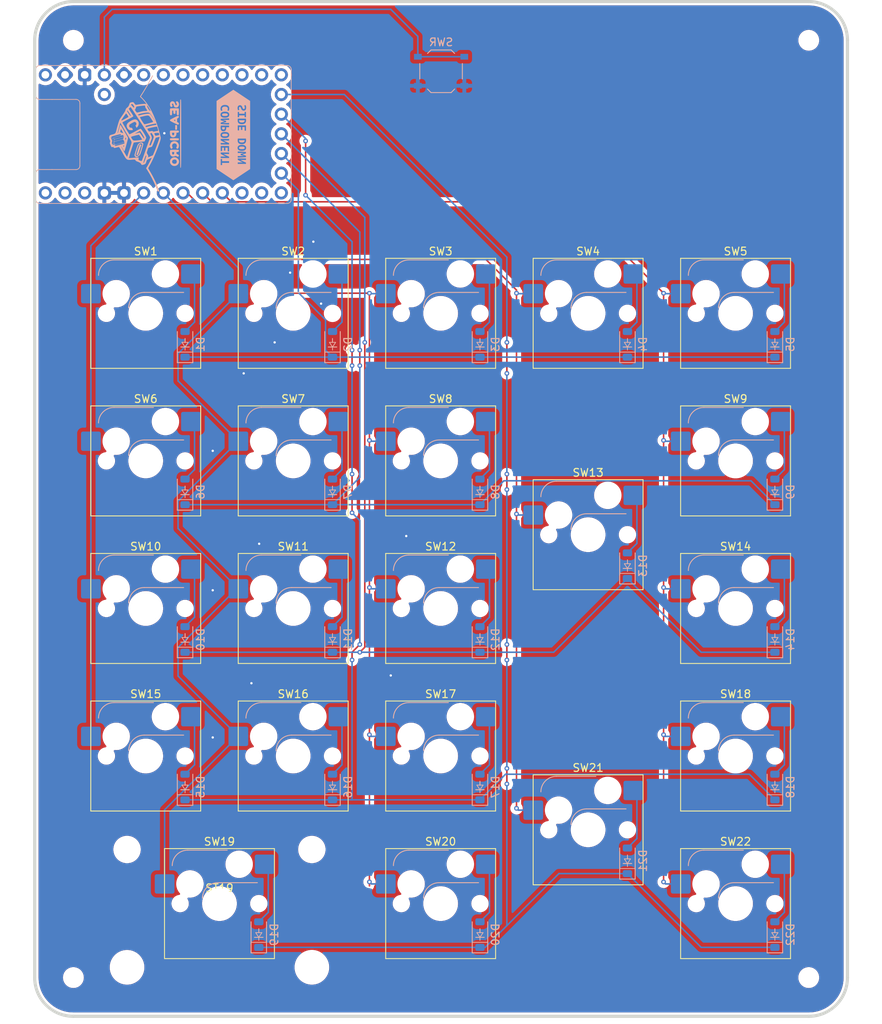
<source format=kicad_pcb>
(kicad_pcb (version 20241229) (generator "pcbnew") (generator_version "9.0")
  (layers (0 "F.Cu" signal) (2 "B.Cu" signal) (13 "F.Paste" user) (15 "B.Paste" user) (5 "F.SilkS" user "F.Silkscreen") (7 "B.SilkS" user "B.Silkscreen") (1 "F.Mask" user) (3 "B.Mask" user) (25 "Edge.Cuts" user))
  (net 0 "")
  (net 1 "COL0")
  (net 2 "COL1")
  (net 3 "COL2")
  (net 4 "COL3")
  (net 5 "COL4")
  (net 6 "N$1")
  (net 7 "N$10")
  (net 8 "N$11")
  (net 9 "N$12")
  (net 10 "N$13")
  (net 11 "N$14")
  (net 12 "N$15")
  (net 13 "N$16")
  (net 14 "N$17")
  (net 15 "N$18")
  (net 16 "N$19")
  (net 17 "N$2")
  (net 18 "N$20")
  (net 19 "N$21")
  (net 20 "N$22")
  (net 21 "N$3")
  (net 22 "N$4")
  (net 23 "N$5")
  (net 24 "N$6")
  (net 25 "N$7")
  (net 26 "N$8")
  (net 27 "N$9")
  (net 28 "ROW0")
  (net 29 "ROW1")
  (net 30 "ROW2")
  (net 31 "ROW3")
  (net 32 "ROW4")
  (net 33 "RST")
  (net 34 "GND")
  (footprint "SW_Hotswap_Kailh_MX_1.00u" (layer "F.Cu") (at 78.395 138.4)
    (property "Reference" "SW16")
    (property "Value" "SW_Push")
  )
  (footprint "Stabilizer_Cherry_MX_2.00u" (layer "F.Cu") (at 68.87 157.45)
    (property "Reference" "ST19")
    (property "Value" "MountingHole")
  )
  (footprint "SW_Hotswap_Kailh_MX_1.00u" (layer "F.Cu") (at 59.345 100.3)
    (property "Reference" "SW6")
    (property "Value" "SW_Push")
  )
  (footprint "MountingHole:MountingHole_2.2mm_M2" (layer "F.Cu") (at 145 46)
    (property "Reference" "REF**" (hide yes))
    (property "Value" "MountingHole_2.2mm_M2")
  )
  (footprint "SW_Hotswap_Kailh_MX_1.00u" (layer "F.Cu") (at 59.345 138.4)
    (property "Reference" "SW15")
    (property "Value" "SW_Push")
  )
  (footprint "SW_Hotswap_Kailh_MX_1.00u" (layer "F.Cu") (at 59.345 81.25)
    (property "Reference" "SW1")
    (property "Value" "SW_Push")
  )
  (footprint "SW_Hotswap_Kailh_MX_1.00u" (layer "F.Cu") (at 97.445 119.35)
    (property "Reference" "SW12")
    (property "Value" "SW_Push")
  )
  (footprint "SW_Hotswap_Kailh_MX_1.00u" (layer "F.Cu") (at 116.495 147.925)
    (property "Reference" "SW21")
    (property "Value" "SW_Push")
  )
  (footprint "SW_Hotswap_Kailh_MX_1.00u" (layer "F.Cu") (at 135.545 138.4)
    (property "Reference" "SW18")
    (property "Value" "SW_Push")
  )
  (footprint "SW_Hotswap_Kailh_MX_1.00u" (layer "F.Cu") (at 78.395 81.25)
    (property "Reference" "SW2")
    (property "Value" "SW_Push")
  )
  (footprint "MountingHole:MountingHole_2.2mm_M2" (layer "F.Cu") (at 145 167)
    (property "Reference" "REF**" (hide yes))
    (property "Value" "MountingHole_2.2mm_M2")
  )
  (footprint "SW_Hotswap_Kailh_MX_2.00u" (layer "F.Cu") (at 68.87 157.45)
    (property "Reference" "SW19")
    (property "Value" "SW_Push")
  )
  (footprint "MountingHole:MountingHole_2.2mm_M2" (layer "F.Cu") (at 50 46)
    (property "Reference" "REF**" (hide yes))
    (property "Value" "MountingHole_2.2mm_M2")
  )
  (footprint "SW_Hotswap_Kailh_MX_1.00u" (layer "F.Cu") (at 97.445 138.4)
    (property "Reference" "SW17")
    (property "Value" "SW_Push")
  )
  (footprint "SW_Hotswap_Kailh_MX_1.00u" (layer "F.Cu") (at 135.545 81.25)
    (property "Reference" "SW5")
    (property "Value" "SW_Push")
  )
  (footprint "SW_Hotswap_Kailh_MX_1.00u" (layer "F.Cu") (at 78.395 119.35)
    (property "Reference" "SW11")
    (property "Value" "SW_Push")
  )
  (footprint "SW_Hotswap_Kailh_MX_1.00u" (layer "F.Cu") (at 78.395 100.3)
    (property "Reference" "SW7")
    (property "Value" "SW_Push")
  )
  (footprint "SW_Hotswap_Kailh_MX_1.00u" (layer "F.Cu") (at 116.495 81.25)
    (property "Reference" "SW4")
    (property "Value" "SW_Push")
  )
  (footprint "SW_Hotswap_Kailh_MX_1.00u" (layer "F.Cu") (at 59.345 119.35)
    (property "Reference" "SW10")
    (property "Value" "SW_Push")
  )
  (footprint "SW_Hotswap_Kailh_MX_1.00u" (layer "F.Cu") (at 135.545 119.35)
    (property "Reference" "SW14")
    (property "Value" "SW_Push")
  )
  (footprint "SW_Hotswap_Kailh_MX_1.00u" (layer "F.Cu") (at 116.495 109.825)
    (property "Reference" "SW13")
    (property "Value" "SW_Push")
  )
  (footprint "SW_Hotswap_Kailh_MX_1.00u" (layer "F.Cu") (at 97.445 81.25)
    (property "Reference" "SW3")
    (property "Value" "SW_Push")
  )
  (footprint "SW_Hotswap_Kailh_MX_1.00u" (layer "F.Cu") (at 97.445 157.45)
    (property "Reference" "SW20")
    (property "Value" "SW_Push")
  )
  (footprint "SW_Hotswap_Kailh_MX_1.00u" (layer "F.Cu") (at 97.445 100.3)
    (property "Reference" "SW8")
    (property "Value" "SW_Push")
  )
  (footprint "SW_Hotswap_Kailh_MX_1.00u" (layer "F.Cu") (at 135.545 157.45)
    (property "Reference" "SW22")
    (property "Value" "SW_Push")
  )
  (footprint "MountingHole:MountingHole_2.2mm_M2" (layer "F.Cu") (at 50 167)
    (property "Reference" "REF**" (hide yes))
    (property "Value" "MountingHole_2.2mm_M2")
  )
  (footprint "SW_Hotswap_Kailh_MX_1.00u" (layer "F.Cu") (at 135.545 100.3)
    (property "Reference" "SW9")
    (property "Value" "SW_Push")
  )
  (footprint "sea-picro:D_SOD-123-Stripe" (layer "B.Cu") (at 73.95 161.45 90)
    (property "Reference" "D19")
    (property "Value" "D")
  )
  (footprint "sea-picro:D_SOD-123-Stripe" (layer "B.Cu") (at 102.525 123.35 90)
    (property "Reference" "D12")
    (property "Value" "D")
  )
  (footprint "sea-picro:D_SOD-123-Stripe" (layer "B.Cu") (at 102.525 85.25 90)
    (property "Reference" "D3")
    (property "Value" "D")
  )
  (footprint "sea-picro:D_SOD-123-Stripe" (layer "B.Cu") (at 121.575 151.925 90)
    (property "Reference" "D21")
    (property "Value" "D")
  )
  (footprint "sea-picro:D_SOD-123-Stripe" (layer "B.Cu") (at 140.625 104.3 90)
    (property "Reference" "D9")
    (property "Value" "D")
  )
  (footprint "sea-picro:D_SOD-123-Stripe" (layer "B.Cu") (at 140.625 85.25 90)
    (property "Reference" "D5")
    (property "Value" "D")
  )
  (footprint "sea-picro:D_SOD-123-Stripe" (layer "B.Cu") (at 140.625 123.35 90)
    (property "Reference" "D14")
    (property "Value" "D")
  )
  (footprint "sea-picro:D_SOD-123-Stripe" (layer "B.Cu") (at 64.425 142.4 90)
    (property "Reference" "D15")
    (property "Value" "D")
  )
  (footprint "sea-picro:D_SOD-123-Stripe" (layer "B.Cu") (at 64.425 104.3 90)
    (property "Reference" "D6")
    (property "Value" "D")
  )
  (footprint "Button_Switch_SMD:SW_Push_1P1T_XKB_TS-1187A" (layer "B.Cu") (at 97.5 50 180)
    (property "Reference" "SWR")
    (property "Value" "SW_Push_1P1T_XKB_TS-1187A")
  )
  (footprint "sea-picro:D_SOD-123-Stripe" (layer "B.Cu") (at 83.475 123.35 90)
    (property "Reference" "D11")
    (property "Value" "D")
  )
  (footprint "sea-picro:D_SOD-123-Stripe" (layer "B.Cu") (at 83.475 85.25 90)
    (property "Reference" "D2")
    (property "Value" "D")
  )
  (footprint "sea-picro:D_SOD-123-Stripe" (layer "B.Cu") (at 64.425 85.25 90)
    (property "Reference" "D1")
    (property "Value" "D")
  )
  (footprint "sea-picro:D_SOD-123-Stripe" (layer "B.Cu") (at 121.575 85.25 90)
    (property "Reference" "D4")
    (property "Value" "D")
  )
  (footprint "sea-picro:D_SOD-123-Stripe" (layer "B.Cu") (at 121.575 113.825 90)
    (property "Reference" "D13")
    (property "Value" "D")
  )
  (footprint "sea-picro:D_SOD-123-Stripe" (layer "B.Cu") (at 64.425 123.35 90)
    (property "Reference" "D10")
    (property "Value" "D")
  )
  (footprint "sea-picro:D_SOD-123-Stripe" (layer "B.Cu") (at 102.525 142.4 90)
    (property "Reference" "D17")
    (property "Value" "D")
  )
  (footprint "sea-picro:Sea-Picro_EXT_Through_Hole_Flipped" (layer "B.Cu") (at 61.62 58.11049 -90)
    (property "Reference" "REF**" (hide yes))
    (property "Value" "SP_Flipped")
  )
  (footprint "sea-picro:D_SOD-123-Stripe" (layer "B.Cu") (at 140.625 142.4 90)
    (property "Reference" "D18")
    (property "Value" "D")
  )
  (footprint "sea-picro:D_SOD-123-Stripe" (layer "B.Cu") (at 83.475 104.3 90)
    (property "Reference" "D7")
    (property "Value" "D")
  )
  (footprint "sea-picro:D_SOD-123-Stripe" (layer "B.Cu") (at 102.525 104.3 90)
    (property "Reference" "D8")
    (property "Value" "D")
  )
  (footprint "sea-picro:D_SOD-123-Stripe" (layer "B.Cu") (at 140.625 161.45 90)
    (property "Reference" "D22")
    (property "Value" "D")
  )
  (footprint "sea-picro:D_SOD-123-Stripe" (layer "B.Cu") (at 102.525 161.45 90)
    (property "Reference" "D20")
    (property "Value" "D")
  )
  (footprint "sea-picro:D_SOD-123-Stripe" (layer "B.Cu") (at 83.475 142.4 90)
    (property "Reference" "D16")
    (property "Value" "D")
  )
  (gr_arc (start 45 46) (mid 46.464466 42.464466) (end 50 41) (stroke (width 0.4)) (layer "Edge.Cuts"))
  (gr_arc (start 145 41) (mid 148.535534 42.464466) (end 150 46) (stroke (width 0.4)) (layer "Edge.Cuts"))
  (gr_line (start 50 41) (end 145 41) (stroke (width 0.4)) (layer "Edge.Cuts"))
  (gr_arc (start 150 167) (mid 148.535534 170.535534) (end 145 172) (stroke (width 0.4)) (layer "Edge.Cuts"))
  (gr_arc (start 50 172) (mid 46.464466 170.535534) (end 45 167) (stroke (width 0.4)) (layer "Edge.Cuts"))
  (gr_line (start 145 172) (end 50 172) (stroke (width 0.4)) (layer "Edge.Cuts"))
  (gr_line (start 45 167) (end 45 46) (stroke (width 0.4)) (layer "Edge.Cuts"))
  (gr_line (start 150 46) (end 150 167) (stroke (width 0.4)) (layer "Edge.Cuts"))
  (segment (start 52.26 78.71) (end 52.26 72.52) (width 0.2) (layer "B.Cu") (net 1))
  (segment (start 52.26 135.86) (end 52.26 78.71) (width 0.2) (layer "B.Cu") (net 1))
  (segment (start 52.26 72.52) (end 59.08 65.7) (width 0.2) (layer "B.Cu") (net 1))
  (segment (start 63.524 109.024) (end 71.31 116.81) (width 0.2) (layer "B.Cu") (net 2))
  (segment (start 71.31 78.71) (end 71.31 75.39) (width 0.2) (layer "B.Cu") (net 2))
  (segment (start 71.31 75.39) (end 61.62 65.7) (width 0.2) (layer "B.Cu") (net 2))
  (segment (start 71.31 116.81) (end 71.085 116.81) (width 0.2) (layer "B.Cu") (net 2))
  (segment (start 71.31 78.71) (end 71.26489 78.71) (width 0.2) (layer "B.Cu") (net 2))
  (segment (start 63.524 128.074) (end 71.31 135.86) (width 0.2) (layer "B.Cu") (net 2))
  (segment (start 63.524 105.50089) (end 63.524 109.024) (width 0.2) (layer "B.Cu") (net 2))
  (segment (start 61.785 145.33989) (end 61.785 154.91) (width 0.2) (layer "B.Cu") (net 2))
  (segment (start 71.31 97.76) (end 71.26489 97.76) (width 0.2) (layer "B.Cu") (net 2))
  (segment (start 71.26489 78.71) (end 63.524 86.45089) (width 0.2) (layer "B.Cu") (net 2))
  (segment (start 63.524 124.371) (end 63.524 128.074) (width 0.2) (layer "B.Cu") (net 2))
  (segment (start 63.524 89.974) (end 71.31 97.76) (width 0.2) (layer "B.Cu") (net 2))
  (segment (start 71.31 135.86) (end 71.26489 135.86) (width 0.2) (layer "B.Cu") (net 2))
  (segment (start 71.26489 97.76) (end 63.524 105.50089) (width 0.2) (layer "B.Cu") (net 2))
  (segment (start 71.26489 135.86) (end 61.785 145.33989) (width 0.2) (layer "B.Cu") (net 2))
  (segment (start 71.085 116.81) (end 63.524 124.371) (width 0.2) (layer "B.Cu") (net 2))
  (segment (start 63.524 86.45089) (end 63.524 89.974) (width 0.2) (layer "B.Cu") (net 2))
  (segment (start 88.245 78.65) (end 88.245 97.65) (width 0.2) (layer "F.Cu") (net 3))
  (segment (start 88.245 135.65) (end 88.245 155.15) (width 0.2) (layer "F.Cu") (net 3))
  (segment (start 88.245 155.15) (end 88.245 154.65) (width 0.2) (layer "F.Cu") (net 3))
  (segment (start 64.698826 65.7) (end 64.16 65.7) (width 0.2) (layer "F.Cu") (net 3))
  (segment (start 88.245 116.65) (end 88.245 135.65) (width 0.2) (layer "F.Cu") (net 3))
  (segment (start 88.245 97.65) (end 88.245 116.65) (width 0.2) (layer "F.Cu") (net 3))
  (segment (start 88.245 78.65) (end 77.648826 78.65) (width 0.2) (layer "F.Cu") (net 3))
  (segment (start 77.648826 78.65) (end 64.698826 65.7) (width 0.2) (layer "F.Cu") (net 3))
  (via (at 88.245 116.65) (size 0.6) (drill 0.3) (layers "F.Cu" "B.Cu") (net 3))
  (via (at 88.245 78.65) (size 0.6) (drill 0.3) (layers "F.Cu" "B.Cu") (net 3))
  (via (at 88.245 154.65) (size 0.6) (drill 0.3) (layers "F.Cu" "B.Cu") (net 3))
  (via (at 88.245 135.65) (size 0.6) (drill 0.3) (layers "F.Cu" "B.Cu") (net 3))
  (via (at 88.245 97.65) (size 0.6) (drill 0.3) (layers "F.Cu" "B.Cu") (net 3))
  (segment (start 90.36 154.91) (end 88.505 154.91) (width 0.2) (layer "B.Cu") (net 3))
  (segment (start 90.36 135.86) (end 88.455 135.86) (width 0.2) (layer "B.Cu") (net 3))
  (segment (start 90.36 78.71) (end 88.305 78.71) (width 0.2) (layer "B.Cu") (net 3))
  (segment (start 88.405 116.81) (end 88.245 116.65) (width 0.2) (layer "B.Cu") (net 3))
  (segment (start 90.36 97.76) (end 88.355 97.76) (width 0.2) (layer "B.Cu") (net 3))
  (segment (start 88.455 135.86) (end 88.245 135.65) (width 0.2) (layer "B.Cu") (net 3))
  (segment (start 88.505 154.91) (end 88.245 154.65) (width 0.2) (layer "B.Cu") (net 3))
  (segment (start 88.355 97.76) (end 88.245 97.65) (width 0.2) (layer "B.Cu") (net 3))
  (segment (start 90.36 116.81) (end 88.405 116.81) (width 0.2) (layer "B.Cu") (net 3))
  (segment (start 88.305 78.71) (end 88.245 78.65) (width 0.2) (layer "B.Cu") (net 3))
  (segment (start 107.245 145.15) (end 107.245 107.15) (width 0.2) (layer "F.Cu") (net 4))
  (segment (start 66.7 65.7) (end 75.294 74.294) (width 0.2) (layer "F.Cu") (net 4))
  (segment (start 107.245 78.65) (end 107.245 78.245) (width 0.2) (layer "F.Cu") (net 4))
  (segment (start 103.294 74.294) (end 107.245 78.245) (width 0.2) (layer "F.Cu") (net 4))
  (segment (start 107.245 107.15) (end 107.245 78.65) (width 0.2) (layer "F.Cu") (net 4))
  (segment (start 75.294 74.294) (end 103.294 74.294) (width 0.2) (layer "F.Cu") (net 4))
  (via (at 107.245 145.15) (size 0.6) (drill 0.3) (layers "F.Cu" "B.Cu") (net 4))
  (via (at 107.245 78.65) (size 0.6) (drill 0.3) (layers "F.Cu" "B.Cu") (net 4))
  (via (at 107.245 107.15) (size 0.6) (drill 0.3) (layers "F.Cu" "B.Cu") (net 4))
  (segment (start 109.41 107.285) (end 107.38 107.285) (width 0.2) (layer "B.Cu") (net 4))
  (segment (start 107.305 78.71) (end 107.245 78.65) (width 0.2) (layer "B.Cu") (net 4))
  (segment (start 107.48 145.385) (end 107.245 145.15) (width 0.2) (layer "B.Cu") (net 4))
  (segment (start 107.38 107.285) (end 107.245 107.15) (width 0.2) (layer "B.Cu") (net 4))
  (segment (start 109.41 78.71) (end 107.305 78.71) (width 0.2) (layer "B.Cu") (net 4))
  (segment (start 109.41 145.385) (end 107.48 145.385) (width 0.2) (layer "B.Cu") (net 4))
  (segment (start 126.245 135.65) (end 126.245 116.65) (width 0.2) (layer "F.Cu") (net 5))
  (segment (start 126.245 154.65) (end 126.245 135.65) (width 0.2) (layer "F.Cu") (net 5))
  (segment (start 126.245 97.65) (end 126.245 78.65) (width 0.2) (layer "F.Cu") (net 5))
  (segment (start 114.446 66.851) (end 126.245 78.65) (width 0.2) (layer "F.Cu") (net 5))
  (segment (start 70.391 66.851) (end 114.446 66.851) (width 0.2) (layer "F.Cu") (net 5))
  (segment (start 69.24 65.7) (end 70.391 66.851) (width 0.2) (layer "F.Cu") (net 5))
  (segment (start 126.245 116.65) (end 126.245 97.65) (width 0.2) (layer "F.Cu") (net 5))
  (via (at 126.245 78.65) (size 0.6) (drill 0.3) (layers "F.Cu" "B.Cu") (net 5))
  (via (at 126.245 116.65) (size 0.6) (drill 0.3) (layers "F.Cu" "B.Cu") (net 5))
  (via (at 126.245 135.65) (size 0.6) (drill 0.3) (layers "F.Cu" "B.Cu") (net 5))
  (via (at 126.245 97.65) (size 0.6) (drill 0.3) (layers "F.Cu" "B.Cu") (net 5))
  (via (at 126.245 154.65) (size 0.6) (drill 0.3) (layers "F.Cu" "B.Cu") (net 5))
  (segment (start 126.505 154.91) (end 126.245 154.65) (width 0.2) (layer "B.Cu") (net 5))
  (segment (start 126.455 135.86) (end 126.245 135.65) (width 0.2) (layer "B.Cu") (net 5))
  (segment (start 126.355 97.76) (end 126.245 97.65) (width 0.2) (layer "B.Cu") (net 5))
  (segment (start 128.46 97.76) (end 126.355 97.76) (width 0.2) (layer "B.Cu") (net 5))
  (segment (start 128.46 135.86) (end 126.455 135.86) (width 0.2) (layer "B.Cu") (net 5))
  (segment (start 126.405 116.81) (end 126.245 116.65) (width 0.2) (layer "B.Cu") (net 5))
  (segment (start 128.46 154.91) (end 126.505 154.91) (width 0.2) (layer "B.Cu") (net 5))
  (segment (start 128.46 116.81) (end 126.405 116.81) (width 0.2) (layer "B.Cu") (net 5))
  (segment (start 128.46 78.71) (end 126.305 78.71) (width 0.2) (layer "B.Cu") (net 5))
  (segment (start 126.305 78.71) (end 126.245 78.65) (width 0.2) (layer "B.Cu") (net 5))
  (segment (start 65.651 82.374) (end 64.425 83.6) (width 0.2) (layer "B.Cu") (net 6))
  (segment (start 65.187 76.17) (end 65.651 76.634) (width 0.2) (layer "B.Cu") (net 6))
  (segment (start 65.651 76.634) (end 65.651 82.374) (width 0.2) (layer "B.Cu") (net 6))
  (segment (start 65.651 114.734) (end 65.651 120.474) (width 0.2) (layer "B.Cu") (net 7))
  (segment (start 65.187 114.27) (end 65.651 114.734) (width 0.2) (layer "B.Cu") (net 7))
  (segment (start 65.651 120.474) (end 64.425 121.7) (width 0.2) (layer "B.Cu") (net 7))
  (segment (start 84.701 114.734) (end 84.701 120.474) (width 0.2) (layer "B.Cu") (net 8))
  (segment (start 84.237 114.27) (end 84.701 114.734) (width 0.2) (layer "B.Cu") (net 8))
  (segment (start 84.701 120.474) (end 83.475 121.7) (width 0.2) (layer "B.Cu") (net 8))
  (segment (start 103.751 114.734) (end 103.751 120.474) (width 0.2) (layer "B.Cu") (net 9))
  (segment (start 103.287 114.27) (end 103.751 114.734) (width 0.2) (layer "B.Cu") (net 9))
  (segment (start 103.751 120.474) (end 102.525 121.7) (width 0.2) (layer "B.Cu") (net 9))
  (segment (start 122.801 105.209) (end 122.801 110.949) (width 0.2) (layer "B.Cu") (net 10))
  (segment (start 122.337 104.745) (end 122.801 105.209) (width 0.2) (layer "B.Cu") (net 10))
  (segment (start 122.801 110.949) (end 121.575 112.175) (width 0.2) (layer "B.Cu") (net 10))
  (segment (start 141.851 114.734) (end 141.851 120.474) (width 0.2) (layer "B.Cu") (net 11))
  (segment (start 141.851 120.474) (end 140.625 121.7) (width 0.2) (layer "B.Cu") (net 11))
  (segment (start 141.387 114.27) (end 141.851 114.734) (width 0.2) (layer "B.Cu") (net 11))
  (segment (start 65.651 139.524) (end 64.425 140.75) (width 0.2) (layer "B.Cu") (net 12))
  (segment (start 65.651 133.784) (end 65.651 139.524) (width 0.2) (layer "B.Cu") (net 12))
  (segment (start 65.187 133.32) (end 65.651 133.784) (width 0.2) (layer "B.Cu") (net 12))
  (segment (start 84.701 133.784) (end 84.701 139.524) (width 0.2) (layer "B.Cu") (net 13))
  (segment (start 84.237 133.32) (end 84.701 133.784) (width 0.2) (layer "B.Cu") (net 13))
  (segment (start 84.701 139.524) (end 83.475 140.75) (width 0.2) (layer "B.Cu") (net 13))
  (segment (start 103.751 133.784) (end 103.751 139.524) (width 0.2) (layer "B.Cu") (net 14))
  (segment (start 103.751 139.524) (end 102.525 140.75) (width 0.2) (layer "B.Cu") (net 14))
  (segment (start 103.287 133.32) (end 103.751 133.784) (width 0.2) (layer "B.Cu") (net 14))
  (segment (start 141.387 133.32) (end 141.851 133.784) (width 0.2) (layer "B.Cu") (net 15))
  (segment (start 141.851 139.524) (end 140.625 140.75) (width 0.2) (layer "B.Cu") (net 15))
  (segment (start 141.851 133.784) (end 141.851 139.524) (width 0.2) (layer "B.Cu") (net 15))
  (segment (start 75.176 152.834) (end 75.176 158.574) (width 0.2) (layer "B.Cu") (net 16))
  (segment (start 75.176 158.574) (end 73.95 159.8) (width 0.2) (layer "B.Cu") (net 16))
  (segment (start 74.712 152.37) (end 75.176 152.834) (width 0.2) (layer "B.Cu") (net 16))
  (segment (start 84.701 76.634) (end 84.701 82.374) (width 0.2) (layer "B.Cu") (net 17))
  (segment (start 84.237 76.17) (end 84.701 76.634) (width 0.2) (layer "B.Cu") (net 17))
  (segment (start 84.701 82.374) (end 83.475 83.6) (width 0.2) (layer "B.Cu") (net 17))
  (segment (start 103.751 158.574) (end 102.525 159.8) (width 0.2) (layer "B.Cu") (net 18))
  (segment (start 103.287 152.37) (end 103.751 152.834) (width 0.2) (layer "B.Cu") (net 18))
  (segment (start 103.751 152.834) (end 103.751 158.574) (width 0.2) (layer "B.Cu") (net 18))
  (segment (start 122.801 149.049) (end 121.575 150.275) (width 0.2) (layer "B.Cu") (net 19))
  (segment (start 122.801 143.309) (end 122.801 149.049) (width 0.2) (layer "B.Cu") (net 19))
  (segment (start 122.337 142.845) (end 122.801 143.309) (width 0.2) (layer "B.Cu") (net 19))
  (segment (start 141.851 158.574) (end 140.625 159.8) (width 0.2) (layer "B.Cu") (net 20))
  (segment (start 141.851 152.834) (end 141.851 158.574) (width 0.2) (layer "B.Cu") (net 20))
  (segment (start 141.387 152.37) (end 141.851 152.834) (width 0.2) (layer "B.Cu") (net 20))
  (segment (start 103.287 76.17) (end 103.751 76.634) (width 0.2) (layer "B.Cu") (net 21))
  (segment (start 103.751 82.374) (end 102.525 83.6) (width 0.2) (layer "B.Cu") (net 21))
  (segment (start 103.751 76.634) (end 103.751 82.374) (width 0.2) (layer "B.Cu") (net 21))
  (segment (start 122.801 76.634) (end 122.801 82.374) (width 0.2) (layer "B.Cu") (net 22))
  (segment (start 122.801 82.374) (end 121.575 83.6) (width 0.2) (layer "B.Cu") (net 22))
  (segment (start 122.337 76.17) (end 122.801 76.634) (width 0.2) (layer "B.Cu") (net 22))
  (segment (start 141.387 76.17) (end 141.851 76.634) (width 0.2) (layer "B.Cu") (net 23))
  (segment (start 141.851 76.634) (end 141.851 82.374) (width 0.2) (layer "B.Cu") (net 23))
  (segment (start 141.851 82.374) (end 140.625 83.6) (width 0.2) (layer "B.Cu") (net 23))
  (segment (start 65.187 95.22) (end 65.651 95.684) (width 0.2) (layer "B.Cu") (net 24))
  (segment (start 65.651 101.424) (end 64.425 102.65) (width 0.2) (layer "B.Cu") (net 24))
  (segment (start 65.651 95.684) (end 65.651 101.424) (width 0.2) (layer "B.Cu") (net 24))
  (segment (start 84.701 101.424) (end 83.475 102.65) (width 0.2) (layer "B.Cu") (net 25))
  (segment (start 84.237 95.22) (end 84.701 95.684) (width 0.2) (layer "B.Cu") (net 25))
  (segment (start 84.701 95.684) (end 84.701 101.424) (width 0.2) (layer "B.Cu") (net 25))
  (segment (start 103.287 95.22) (end 103.751 95.684) (width 0.2) (layer "B.Cu") (net 26))
  (segment (start 103.751 95.684) (end 103.751 101.424) (width 0.2) (layer "B.Cu") (net 26))
  (segment (start 103.751 101.424) (end 102.525 102.65) (width 0.2) (layer "B.Cu") (net 26))
  (segment (start 141.387 95.22) (end 141.851 95.684) (width 0.2) (layer "B.Cu") (net 27))
  (segment (start 141.851 101.424) (end 140.625 102.65) (width 0.2) (layer "B.Cu") (net 27))
  (segment (start 141.851 95.684) (end 141.851 101.424) (width 0.2) (layer "B.Cu") (net 27))
  (segment (start 79.059 65.359) (end 79.059 78.567826) (width 0.2) (layer "B.Cu") (net 28))
  (segment (start 102.525 86.9) (end 121.575 86.9) (width 0.2) (layer "B.Cu") (net 28))
  (segment (start 79.059 78.567826) (end 82.574 82.082826) (width 0.2) (layer "B.Cu") (net 28))
  (segment (start 82.574 85.999) (end 83.475 86.9) (width 0.2) (layer "B.Cu") (net 28))
  (segment (start 83.475 86.9) (end 102.525 86.9) (width 0.2) (layer "B.Cu") (net 28))
  (segment (start 121.575 86.9) (end 140.625 86.9) (width 0.2) (layer "B.Cu") (net 28))
  (segment (start 76.86 63.16) (end 79.059 65.359) (width 0.2) (layer "B.Cu") (net 28))
  (segment (start 82.574 82.082826) (end 82.574 85.999) (width 0.2) (layer "B.Cu") (net 28))
  (segment (start 64.425 86.9) (end 83.475 86.9) (width 0.2) (layer "B.Cu") (net 28))
  (segment (start 87 88) (end 87 86) (width 0.2) (layer "F.Cu") (net 29))
  (via (at 87 86) (size 0.6) (drill 0.3) (layers "F.Cu" "B.Cu") (net 29))
  (via (at 87 88) (size 0.6) (drill 0.3) (layers "F.Cu" "B.Cu") (net 29))
  (segment (start 87 70.76) (end 76.86 60.62) (width 0.2) (layer "B.Cu") (net 29))
  (segment (start 137.544 102.869) (end 140.625 105.95) (width 0.2) (layer "B.Cu") (net 29))
  (segment (start 105.606 102.869) (end 137.544 102.869) (width 0.2) (layer "B.Cu") (net 29))
  (segment (start 83.475 105.95) (end 102.525 105.95) (width 0.2) (layer "B.Cu") (net 29))
  (segment (start 64.425 105.95) (end 83.475 105.95) (width 0.2) (layer "B.Cu") (net 29))
  (segment (start 87 86) (end 87 70.76) (width 0.2) (layer "B.Cu") (net 29))
  (segment (start 102.525 105.95) (end 105.606 102.869) (width 0.2) (layer "B.Cu") (net 29))
  (segment (start 83.475 105.95) (end 87 102.425) (width 0.2) (layer "B.Cu") (net 29))
  (segment (start 87 102.425) (end 87 88) (width 0.2) (layer "B.Cu") (net 29))
  (segment (start 87.645 85) (end 87.645 124.355) (width 0.2) (layer "F.Cu") (net 30))
  (segment (start 87.645 124.355) (end 87 125) (width 0.2) (layer "F.Cu") (net 30))
  (via (at 87.645 85) (size 0.6) (drill 0.3) (layers "F.Cu" "B.Cu") (net 30))
  (via (at 87 125) (size 0.6) (drill 0.3) (layers "F.Cu" "B.Cu") (net 30))
  (segment (start 87.645 68.865) (end 87.645 85) (width 0.2) (layer "B.Cu") (net 30))
  (segment (start 64.425 125) (end 83.475 125) (width 0.2) (layer "B.Cu") (net 30))
  (segment (start 102.525 125) (end 112.05 125) (width 0.2) (layer "B.Cu") (net 30))
  (segment (start 76.86 58.08) (end 87.645 68.865) (width 0.2) (layer "B.Cu") (net 30))
  (segment (start 121.575 115.475) (end 131.1 125) (width 0.2) (layer "B.Cu") (net 30))
  (segment (start 112.05 125) (end 121.575 115.475) (width 0.2) (layer "B.Cu") (net 30))
  (segment (start 87 125) (end 102.525 125) (width 0.2) (layer "B.Cu") (net 30))
  (segment (start 83.475 125) (end 87 125) (width 0.2) (layer "B.Cu") (net 30))
  (segment (start 131.1 125) (end 140.625 125) (width 0.2) (layer "B.Cu") (net 30))
  (segment (start 86 125) (end 87 124) (width 0.2) (layer "F.Cu") (net 31))
  (segment (start 80 66) (end 80 59) (width 0.2) (layer "F.Cu") (net 31))
  (segment (start 86 107) (end 86 102) (width 0.2) (layer "F.Cu") (net 31))
  (segment (start 86 126) (end 86 125) (width 0.2) (layer "F.Cu") (net 31))
  (segment (start 86 88) (end 86 86) (width 0.2) (layer "F.Cu") (net 31))
  (via (at 80 66) (size 0.6) (drill 0.3) (layers "F.Cu" "B.Cu") (net 31))
  (via (at 86 86) (size 0.6) (drill 0.3) (layers "F.Cu" "B.Cu") (net 31))
  (via (at 86 88) (size 0.6) (drill 0.3) (layers "F.Cu" "B.Cu") (net 31))
  (via (at 80 59) (size 0.6) (drill 0.3) (layers "F.Cu" "B.Cu") (net 31))
  (via (at 86 107) (size 0.6) (drill 0.3) (layers "F.Cu" "B.Cu") (net 31))
  (via (at 86 102) (size 0.6) (drill 0.3) (layers "F.Cu" "B.Cu") (net 31))
  (via (at 87 124) (size 0.6) (drill 0.3) (layers "F.Cu" "B.Cu") (net 31))
  (via (at 86 126) (size 0.6) (drill 0.3) (layers "F.Cu" "B.Cu") (net 31))
  (segment (start 105.824 140.751) (end 137.326 140.751) (width 0.2) (layer "B.Cu") (net 31))
  (segment (start 102.525 144.05) (end 105.824 140.751) (width 0.2) (layer "B.Cu") (net 31))
  (segment (start 137.326 140.751) (end 140.625 144.05) (width 0.2) (layer "B.Cu") (net 31))
  (segment (start 64.425 144.05) (end 86 144.05) (width 0.2) (layer "B.Cu") (net 31))
  (segment (start 86 102) (end 86 88) (width 0.2) (layer "B.Cu") (net 31))
  (segment (start 86 144.05) (end 102.525 144.05) (width 0.2) (layer "B.Cu") (net 31))
  (segment (start 86 144.05) (end 86 126) (width 0.2) (layer "B.Cu") (net 31))
  (segment (start 87 108) (end 86 107) (width 0.2) (layer "B.Cu") (net 31))
  (segment (start 86 72) (end 80 66) (width 0.2) (layer "B.Cu") (net 31))
  (segment (start 80 58.68) (end 76.86 55.54) (width 0.2) (layer "B.Cu") (net 31))
  (segment (start 87 124) (end 87 108) (width 0.2) (layer "B.Cu") (net 31))
  (segment (start 80 59) (end 80 58.68) (width 0.2) (layer "B.Cu") (net 31))
  (segment (start 86 86) (end 86 72) (width 0.2) (layer "B.Cu") (net 31))
  (segment (start 106 140) (end 106 142) (width 0.2) (layer "F.Cu") (net 32))
  (segment (start 106 85) (end 106 89) (width 0.2) (layer "F.Cu") (net 32))
  (segment (start 106 102) (end 106 104) (width 0.2) (layer "F.Cu") (net 32))
  (segment (start 106 124) (end 106 126) (width 0.2) (layer "F.Cu") (net 32))
  (via (at 106 140) (size 0.6) (drill 0.3) (layers "F.Cu" "B.Cu") (net 32))
  (via (at 106 142) (size 0.6) (drill 0.3) (layers "F.Cu" "B.Cu") (net 32))
  (via (at 106 126) (size 0.6) (drill 0.3) (layers "F.Cu" "B.Cu") (net 32))
  (via (at 106 124) (size 0.6) (drill 0.3) (layers "F.Cu" "B.Cu") (net 32))
  (via (at 106 85) (size 0.6) (drill 0.3) (layers "F.Cu" "B.Cu") (net 32))
  (via (at 106 102) (size 0.6) (drill 0.3) (layers "F.Cu" "B.Cu") (net 32))
  (via (at 106 89) (size 0.6) (drill 0.3) (layers "F.Cu" "B.Cu") (net 32))
  (via (at 106 104) (size 0.6) (drill 0.3) (layers "F.Cu" "B.Cu") (net 32))
  (segment (start 131.1 163.1) (end 140.625 163.1) (width 0.2) (layer "B.Cu") (net 32))
  (segment (start 112.72 153.575) (end 121.575 153.575) (width 0.2) (layer "B.Cu") (net 32))
  (segment (start 102.525 163.1) (end 103.195 163.1) (width 0.2) (layer "B.Cu") (net 32))
  (segment (start 85 53) (end 106 74) (width 0.2) (layer "B.Cu") (net 32))
  (segment (start 106 104) (end 106 124) (width 0.2) (layer "B.Cu") (net 32))
  (segment (start 73.95 163.1) (end 102.525 163.1) (width 0.2) (layer "B.Cu") (net 32))
  (segment (start 106 142) (end 106 160.295) (width 0.2) (layer "B.Cu") (net 32))
  (segment (start 106 89) (end 106 102) (width 0.2) (layer "B.Cu") (net 32))
  (segment (start 76.86 53) (end 85 53) (width 0.2) (layer "B.Cu") (net 32))
  (segment (start 106 126) (end 106 140) (width 0.2) (layer "B.Cu") (net 32))
  (segment (start 103.195 163.1) (end 106 160.295) (width 0.2) (layer "B.Cu") (net 32))
  (segment (start 121.575 153.575) (end 131.1 163.1) (width 0.2) (layer "B.Cu") (net 32))
  (segment (start 106 160.295) (end 112.72 153.575) (width 0.2) (layer "B.Cu") (net 32))
  (segment (start 106 74) (end 106 85) (width 0.2) (layer "B.Cu") (net 32))
  (segment (start 91 42) (end 55 42) (width 0.2) (layer "B.Cu") (net 33))
  (segment (start 55 42) (end 54 43) (width 0.2) (layer "B.Cu") (net 33))
  (segment (start 100.5 48.125) (end 94.5 48.125) (width 0.2) (layer "B.Cu") (net 33))
  (segment (start 94.5 48.125) (end 94.5 45.5) (width 0.2) (layer "B.Cu") (net 33))
  (segment (start 94.5 45.5) (end 91 42) (width 0.2) (layer "B.Cu") (net 33))
  (segment (start 54 43) (end 54 50.46) (width 0.2) (layer "B.Cu") (net 33))
  (via (at 93 110) (size 0.6) (drill 0.3) (layers "F.Cu" "B.Cu") (net 34))
  (via (at 76 85) (size 0.6) (drill 0.3) (layers "F.Cu" "B.Cu") (net 34))
  (via (at 73 129) (size 0.6) (drill 0.3) (layers "F.Cu" "B.Cu") (net 34))
  (via (at 72 89) (size 0.6) (drill 0.3) (layers "F.Cu" "B.Cu") (net 34))
  (via (at 74 111) (size 0.6) (drill 0.3) (layers "F.Cu" "B.Cu") (net 34))
  (via (at 68 117) (size 0.6) (drill 0.3) (layers "F.Cu" "B.Cu") (net 34))
  (via (at 61.75 58) (size 0.6) (drill 0.3) (layers "F.Cu" "B.Cu") (net 34))
  (via (at 68 136) (size 0.6) (drill 0.3) (layers "F.Cu" "B.Cu") (net 34))
  (via (at 81 72) (size 0.6) (drill 0.3) (layers "F.Cu" "B.Cu") (net 34))
  (via (at 91 128) (size 0.6) (drill 0.3) (layers "F.Cu" "B.Cu") (net 34))
  (via (at 78 76) (size 0.6) (drill 0.3) (layers "F.Cu" "B.Cu") (net 34))
  (via (at 68 99) (size 0.6) (drill 0.3) (layers "F.Cu" "B.Cu") (net 34))
  (via (at 82 80) (size 0.6) (drill 0.3) (layers "F.Cu" "B.Cu") (net 34))
  (zone (net 34) (net_name "GND") (layers "F.Cu" "B.Cu") (connect_pads (clearance 0.5)) (min_thickness 0.25) (fill yes (thermal_gap 0.5) (thermal_bridge_width 0.5))
    (polygon (pts (xy 45 41) (xy 150 41) (xy 150 172) (xy 149 173) (xy 45 173)))
  )
)
</source>
